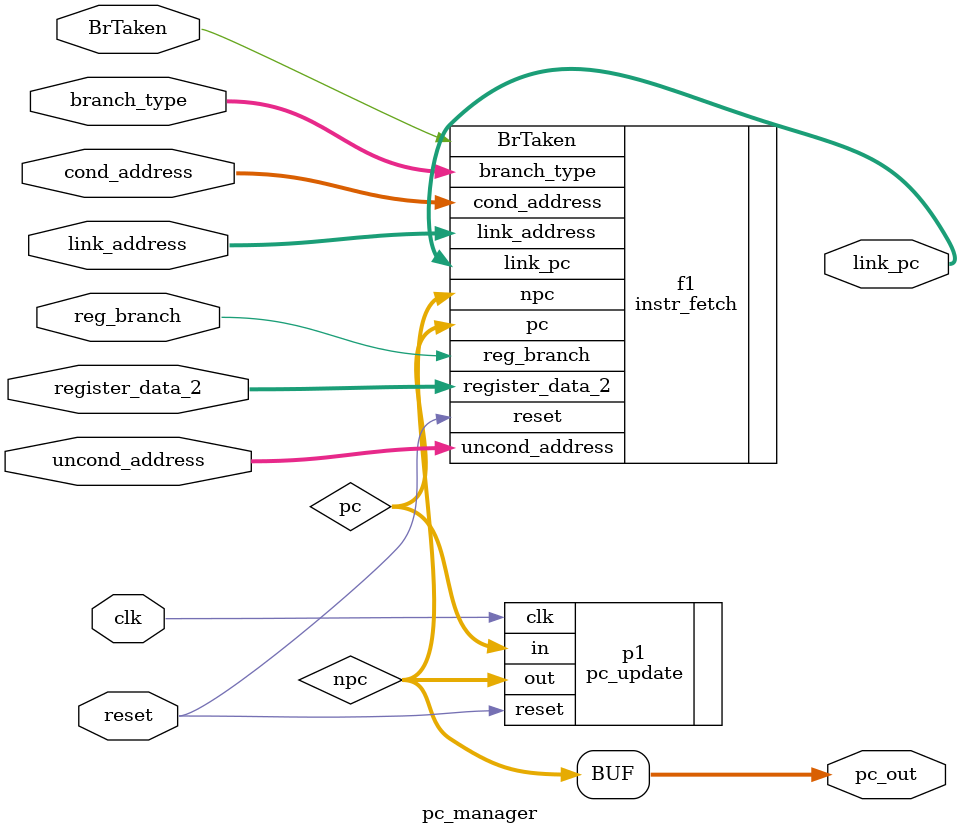
<source format=v>
`timescale 1ns / 1ps


module pc_manager(
                  input clk,
                  input reset,
                  input [7:0] cond_address,
                  input [10:0] uncond_address,  
                  input [5:0] link_address,
                  input [15:0] register_data_2,
                  input [1:0] branch_type,  
                  input BrTaken,
                  input reg_branch,
                  output [15:0] link_pc,
                  output [15:0] pc_out
                  );


   wire [15:0] pc, npc;
   assign pc_out = npc;

   pc_update p1(
                .in(pc),  //pc
                .clk(clk),
                .reset(reset),
                .out(npc)  //npc
                 );
                 
   instr_fetch f1(
                  .reset(reset),
                  .npc(npc),
                  .cond_address(cond_address),
                  .uncond_address(uncond_address),
                  .link_address(link_address),
                  .register_data_2(register_data_2),
                  .branch_type(branch_type), 
                  .BrTaken(BrTaken),
                  .reg_branch(reg_branch),
                  .link_pc(link_pc),
                  .pc(pc)
                  );              
                 
                 
endmodule

</source>
